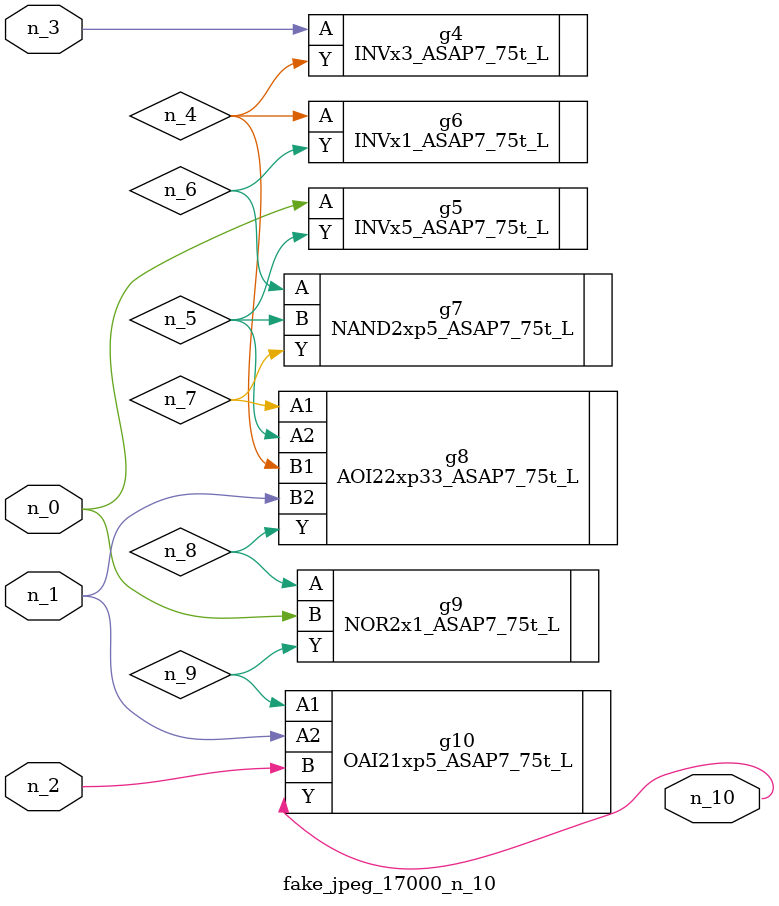
<source format=v>
module fake_jpeg_17000_n_10 (n_0, n_3, n_2, n_1, n_10);

input n_0;
input n_3;
input n_2;
input n_1;

output n_10;

wire n_4;
wire n_8;
wire n_9;
wire n_6;
wire n_5;
wire n_7;

INVx3_ASAP7_75t_L g4 ( 
.A(n_3),
.Y(n_4)
);

INVx5_ASAP7_75t_L g5 ( 
.A(n_0),
.Y(n_5)
);

INVx1_ASAP7_75t_L g6 ( 
.A(n_4),
.Y(n_6)
);

NAND2xp5_ASAP7_75t_L g7 ( 
.A(n_6),
.B(n_5),
.Y(n_7)
);

AOI22xp33_ASAP7_75t_L g8 ( 
.A1(n_7),
.A2(n_5),
.B1(n_4),
.B2(n_1),
.Y(n_8)
);

NOR2x1_ASAP7_75t_L g9 ( 
.A(n_8),
.B(n_0),
.Y(n_9)
);

OAI21xp5_ASAP7_75t_L g10 ( 
.A1(n_9),
.A2(n_1),
.B(n_2),
.Y(n_10)
);


endmodule
</source>
